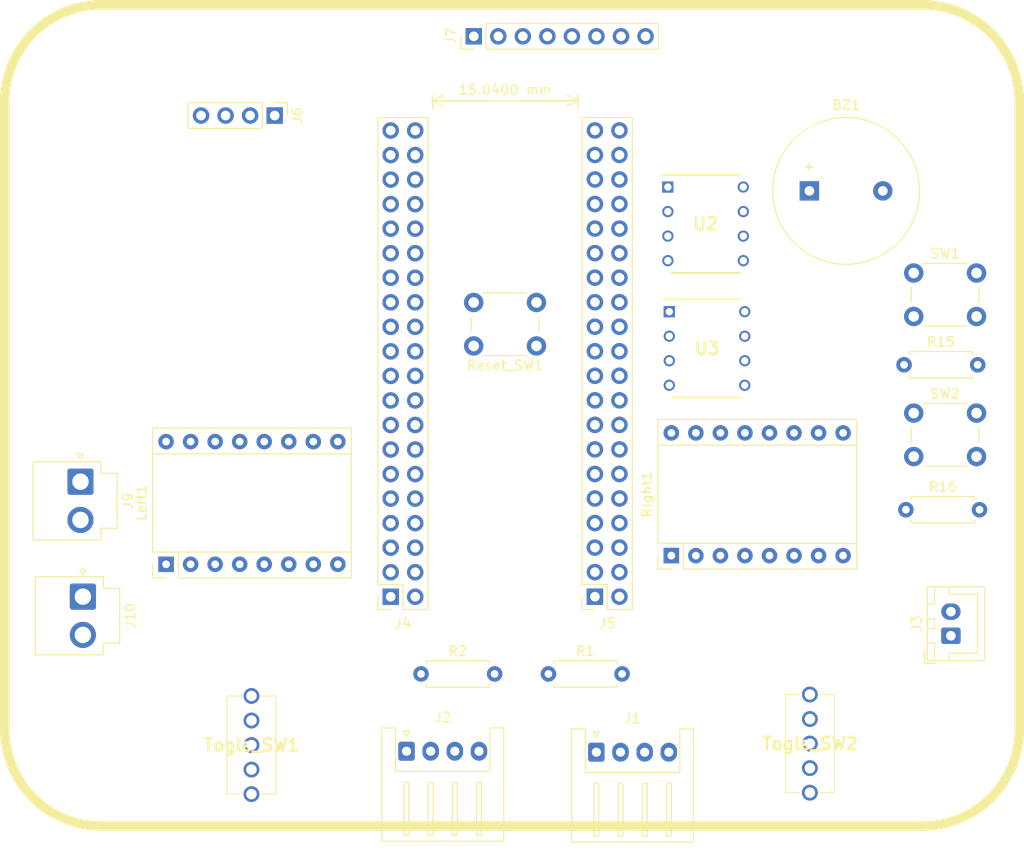
<source format=kicad_pcb>
(kicad_pcb (version 20240108) (generator "pcbnew") (generator_version "8.0")
  (layers (0 "F.Cu" signal) (31 "B.Cu" signal) (34 "B.Paste" user) (35 "F.Paste" user) (36 "B.SilkS" user "B.Silkscreen") (37 "F.SilkS" user "F.Silkscreen") (38 "B.Mask" user) (39 "F.Mask" user) (44 "Edge.Cuts" user))
  (net 0 "")
  (net 1 "Sel1")
  (net 2 "Net-(U2-CH0)")
  (net 3 "Net-(U2-CH1)")
  (net 4 "GND_5V")
  (net 5 "Din")
  (net 6 "Dout")
  (net 7 "Clock")
  (net 8 "Net-(J4-Pin_22)")
  (net 9 "Sel2")
  (net 10 "Net-(U3-CH0)")
  (net 11 "Net-(U3-CH1)")
  (net 12 "+5V")
  (net 14 "Net-(J4-Pin_29)")
  (net 15 "+12V")
  (net 17 "Net-(Left1-VMOT)")
  (net 18 "GND_12V")
  (net 19 "Net-(J5-Pin_19)")
  (net 20 "Net-(J5-Pin_20)")
  (net 21 "Net-(J2-Pin_1)")
  (net 22 "Net-(J2-Pin_2)")
  (net 23 "Net-(J2-Pin_3)")
  (net 24 "Net-(J2-Pin_4)")
  (net 25 "Left_Enable")
  (net 29 "Net-(Left1-~{RESET})")
  (net 30 "Left_Step")
  (net 31 "Left_Direction")
  (net 32 "Net-(J1-Pin_1)")
  (net 33 "Net-(J1-Pin_2)")
  (net 34 "Net-(J1-Pin_3)")
  (net 35 "Net-(J1-Pin_4)")
  (net 36 "Right_Enable")
  (net 40 "Net-(Right1-~{RESET})")
  (net 41 "Right_Step")
  (net 42 "Right_Direction")
  (net 65 "3.3V")
  (net 67 "Curve_Sensor")
  (net 69 "Goal_Sensor")
  (net 70 "Net-(J4-Pin_31)")
  (net 71 "Net-(J4-Pin_33)")
  (net 75 "Net-(J4-Pin_39)")
  (net 76 "Net-(J4-Pin_40)")
  (net 81 "Net-(BZ1--)")
  (net 82 "Net-(BZ1-+)")
  (footprint "Connector_PinHeader_2.54mm:PinHeader_1x04_P2.54mm_Vertical" (layer "F.Cu") (at 126.85 59.2 -90)
    (property "Reference" "J6" (at 0 -2.33 90) (layer "F.SilkS"))
    (property "Value" "Conn_01x04_Socket")
    (fp_line (start -1.33 8.95) (end 1.33 8.95) (stroke (width 0.12)) (layer "F.SilkS"))
    (fp_line (start -1.33 1.27) (end -1.33 8.95) (stroke (width 0.12)) (layer "F.SilkS"))
    (fp_line (start -1.33 1.27) (end 1.33 1.27) (stroke (width 0.12)) (layer "F.SilkS"))
    (fp_line (start 1.33 1.27) (end 1.33 8.95) (stroke (width 0.12)) (layer "F.SilkS"))
    (fp_line (start -1.33 0) (end -1.33 -1.33) (stroke (width 0.12)) (layer "F.SilkS"))
    (fp_line (start -1.33 -1.33) (end 0 -1.33) (stroke (width 0.12)) (layer "F.SilkS"))
    (pad "1" thru_hole rect (at 0 0 270) (size 1.7 1.7) (drill 1) (layers "*.Cu" "*.Mask") (net 75 "Net-(J4-Pin_39)"))
    (pad "2" thru_hole oval (at 0 2.54 270) (size 1.7 1.7) (drill 1) (layers "*.Cu" "*.Mask") (net 76 "Net-(J4-Pin_40)"))
    (pad "3" thru_hole oval (at 0 5.08 270) (size 1.7 1.7) (drill 1) (layers "*.Cu" "*.Mask") (net 8 "Net-(J4-Pin_22)"))
    (pad "4" thru_hole oval (at 0 7.62 270) (size 1.7 1.7) (drill 1) (layers "*.Cu" "*.Mask") (net 4 "GND_5V"))
  )
  (footprint "SamacSys_Parts:DIP781W56P254L950H533Q8N" (layer "F.Cu") (at 171.455 70.41)
    (property "Reference" "U2" (at 0 0 0) (layer "F.SilkS") (effects (font (size 1.27 1.27) (thickness 0.254))))
    (property "Value" "MCP3002" (hide yes))
    (fp_line (start -4.485 -5.08) (end 3.556 -5.08) (stroke (width 0.2)) (layer "F.SilkS"))
    (fp_line (start -3.556 5.08) (end 3.556 5.08) (stroke (width 0.2)) (layer "F.SilkS"))
    (pad "1" thru_hole rect (at -3.905 -3.81) (size 1.159 1.159) (drill 0.759) (layers "*.Cu" "*.Mask") (net 1 "Sel1"))
    (pad "2" thru_hole circle (at -3.905 -1.27) (size 1.159 1.159) (drill 0.759) (layers "*.Cu" "*.Mask") (net 2 "Net-(U2-CH0)"))
    (pad "3" thru_hole circle (at -3.905 1.27) (size 1.159 1.159) (drill 0.759) (layers "*.Cu" "*.Mask") (net 3 "Net-(U2-CH1)"))
    (pad "4" thru_hole circle (at -3.905 3.81) (size 1.159 1.159) (drill 0.759) (layers "*.Cu" "*.Mask") (net 4 "GND_5V"))
    (pad "5" thru_hole circle (at 3.905 3.81) (size 1.159 1.159) (drill 0.759) (layers "*.Cu" "*.Mask") (net 5 "Din"))
    (pad "6" thru_hole circle (at 3.905 1.27) (size 1.159 1.159) (drill 0.759) (layers "*.Cu" "*.Mask") (net 6 "Dout"))
    (pad "7" thru_hole circle (at 3.905 -1.27) (size 1.159 1.159) (drill 0.759) (layers "*.Cu" "*.Mask") (net 7 "Clock"))
    (pad "8" thru_hole circle (at 3.905 -3.81) (size 1.159 1.159) (drill 0.759) (layers "*.Cu" "*.Mask") (net 8 "Net-(J4-Pin_22)"))
  )
  (footprint "Button_Switch_THT:SW_PUSH_6mm_H4.3mm" (layer "F.Cu") (at 153.95 83.05 180)
    (property "Reference" "Reset_SW1" (at 3.25 -2 0) (layer "F.SilkS"))
    (property "Value" "SW_Push")
    (fp_line (start 6.75 3) (end 6.75 1.5) (stroke (width 0.12)) (layer "F.SilkS"))
    (fp_line (start 5.5 -1) (end 1 -1) (stroke (width 0.12)) (layer "F.SilkS"))
    (fp_line (start 1 5.5) (end 5.5 5.5) (stroke (width 0.12)) (layer "F.SilkS"))
    (fp_line (start -0.25 1.5) (end -0.25 3) (stroke (width 0.12)) (layer "F.SilkS"))
    (pad "1" thru_hole circle (at 0 0 270) (size 2 2) (drill 1.1) (layers "*.Cu" "*.Mask") (net 70 "Net-(J4-Pin_31)"))
    (pad "1" thru_hole circle (at 6.5 0 270) (size 2 2) (drill 1.1) (layers "*.Cu" "*.Mask") (net 70 "Net-(J4-Pin_31)"))
    (pad "2" thru_hole circle (at 0 4.5 270) (size 2 2) (drill 1.1) (layers "*.Cu" "*.Mask") (net 71 "Net-(J4-Pin_33)"))
    (pad "2" thru_hole circle (at 6.5 4.5 270) (size 2 2) (drill 1.1) (layers "*.Cu" "*.Mask") (net 71 "Net-(J4-Pin_33)"))
  )
  (footprint "Resistor_THT:R_Axial_DIN0207_L6.3mm_D2.5mm_P7.62mm_Horizontal" (layer "F.Cu") (at 142 117)
    (property "Reference" "R2" (at 3.81 -2.37 0) (layer "F.SilkS"))
    (property "Value" "1.0kΩ")
    (fp_line (start 0.54 -1.37) (end 7.08 -1.37) (stroke (width 0.12)) (layer "F.SilkS"))
    (fp_line (start 0.54 -1.04) (end 0.54 -1.37) (stroke (width 0.12)) (layer "F.SilkS"))
    (fp_line (start 0.54 1.04) (end 0.54 1.37) (stroke (width 0.12)) (layer "F.SilkS"))
    (fp_line (start 0.54 1.37) (end 7.08 1.37) (stroke (width 0.12)) (layer "F.SilkS"))
    (fp_line (start 7.08 -1.37) (end 7.08 -1.04) (stroke (width 0.12)) (layer "F.SilkS"))
    (fp_line (start 7.08 1.37) (end 7.08 1.04) (stroke (width 0.12)) (layer "F.SilkS"))
    (pad "1" thru_hole circle (at 0 0) (size 1.6 1.6) (drill 0.8) (layers "*.Cu" "*.Mask") (net 17 "Net-(Left1-VMOT)"))
    (pad "2" thru_hole oval (at 7.62 0) (size 1.6 1.6) (drill 0.8) (layers "*.Cu" "*.Mask") (net 14 "Net-(J4-Pin_29)"))
  )
  (footprint "Connector_PinSocket_2.54mm:PinSocket_2x20_P2.54mm_Vertical_Raspipico" (layer "F.Cu") (at 138.86 109.01 180)
    (property "Reference" "J4" (at -1.27 -2.77 0) (layer "F.SilkS"))
    (property "Value" "Conn_02x20_Top_Bottom")
    (fp_line (start 1.33 1.27) (end 1.33 49.59) (stroke (width 0.12)) (layer "F.SilkS"))
    (fp_line (start 1.33 -1.33) (end 1.33 0) (stroke (width 0.12)) (layer "F.SilkS"))
    (fp_line (start 0 -1.33) (end 1.33 -1.33) (stroke (width 0.12)) (layer "F.SilkS"))
    (fp_line (start -1.27 1.27) (end 1.33 1.27) (stroke (width 0.12)) (layer "F.SilkS"))
    (fp_line (start -1.27 -1.33) (end -1.27 1.27) (stroke (width 0.12)) (layer "F.SilkS"))
    (fp_line (start -3.87 49.59) (end 1.33 49.59) (stroke (width 0.12)) (layer "F.SilkS"))
    (fp_line (start -3.87 -1.33) (end -1.27 -1.33) (stroke (width 0.12)) (layer "F.SilkS"))
    (fp_line (start -3.87 -1.33) (end -3.87 49.59) (stroke (width 0.12)) (layer "F.SilkS"))
    (pad "1" thru_hole oval (at -2.54 0 180) (size 1.7 1.7) (drill 1) (layers "*.Cu" "*.Mask"))
    (pad "2" thru_hole oval (at -2.54 2.54 180) (size 1.7 1.7) (drill 1) (layers "*.Cu" "*.Mask"))
    (pad "3" thru_hole oval (at -2.54 5.08 180) (size 1.7 1.7) (drill 1) (layers "*.Cu" "*.Mask"))
    (pad "4" thru_hole oval (at -2.54 7.62 180) (size 1.7 1.7) (drill 1) (layers "*.Cu" "*.Mask"))
    (pad "5" thru_hole oval (at -2.54 10.16 180) (size 1.7 1.7) (drill 1) (layers "*.Cu" "*.Mask"))
    (pad "6" thru_hole oval (at -2.54 12.7 180) (size 1.7 1.7) (drill 1) (layers "*.Cu" "*.Mask"))
    (pad "7" thru_hole oval (at -2.54 15.24 180) (size 1.7 1.7) (drill 1) (layers "*.Cu" "*.Mask"))
    (pad "8" thru_hole oval (at -2.54 17.78 180) (size 1.7 1.7) (drill 1) (layers "*.Cu" "*.Mask"))
    (pad "9" thru_hole oval (at -2.54 20.32 180) (size 1.7 1.7) (drill 1) (layers "*.Cu" "*.Mask"))
    (pad "10" thru_hole oval (at -2.54 22.86 180) (size 1.7 1.7) (drill 1) (layers "*.Cu" "*.Mask"))
    (pad "11" thru_hole oval (at -2.54 25.4 180) (size 1.7 1.7) (drill 1) (layers "*.Cu" "*.Mask"))
    (pad "12" thru_hole oval (at -2.54 27.94 180) (size 1.7 1.7) (drill 1) (layers "*.Cu" "*.Mask"))
    (pad "13" thru_hole oval (at -2.54 30.48 180) (size 1.7 1.7) (drill 1) (layers "*.Cu" "*.Mask"))
    (pad "14" thru_hole oval (at -2.54 33.02 180) (size 1.7 1.7) (drill 1) (layers "*.Cu" "*.Mask"))
    (pad "15" thru_hole oval (at -2.54 35.56 180) (size 1.7 1.7) (drill 1) (layers "*.Cu" "*.Mask"))
    (pad "16" thru_hole oval (at -2.54 38.1 180) (size 1.7 1.7) (drill 1) (layers "*.Cu" "*.Mask"))
    (pad "17" thru_hole oval (at -2.54 40.64 180) (size 1.7 1.7) (drill 1) (layers "*.Cu" "*.Mask"))
    (pad "18" thru_hole oval (at -2.54 43.18 180) (size 1.7 1.7) (drill 1) (layers "*.Cu" "*.Mask"))
    (pad "19" thru_hole oval (at -2.54 45.72 180) (size 1.7 1.7) (drill 1) (layers "*.Cu" "*.Mask"))
    (pad "20" thru_hole oval (at -2.54 48.26 180) (size 1.7 1.7) (drill 1) (layers "*.Cu" "*.Mask"))
    (pad "21" thru_hole rect (at 0 0 180) (size 1.7 1.7) (drill 1) (layers "*.Cu" "*.Mask"))
    (pad "22" thru_hole oval (at 0 2.54 180) (size 1.7 1.7) (drill 1) (layers "*.Cu" "*.Mask") (net 8 "Net-(J4-Pin_22)"))
    (pad "23" thru_hole oval (at 0 5.08 180) (size 1.7 1.7) (drill 1) (layers "*.Cu" "*.Mask") (net 4 "GND_5V"))
    (pad "24" thru_hole oval (at 0 7.62 180) (size 1.7 1.7) (drill 1) (layers "*.Cu" "*.Mask"))
    (pad "25" thru_hole oval (at 0 10.16 180) (size 1.7 1.7) (drill 1) (layers "*.Cu" "*.Mask") (net 65 "3.3V"))
    (pad "26" thru_hole oval (at 0 12.7 180) (size 1.7 1.7) (drill 1) (layers "*.Cu" "*.Mask"))
    (pad "27" thru_hole oval (at 0 15.24 180) (size 1.7 1.7) (drill 1) (layers "*.Cu" "*.Mask") (net 67 "Curve_Sensor"))
    (pad "28" thru_hole oval (at 0 17.78 180) (size 1.7 1.7) (drill 1) (layers "*.Cu" "*.Mask"))
    (pad "29" thru_hole oval (at 0 20.32 180) (size 1.7 1.7) (drill 1) (layers "*.Cu" "*.Mask") (net 14 "Net-(J4-Pin_29)"))
    (pad "30" thru_hole oval (at 0 22.86 180) (size 1.7 1.7) (drill 1) (layers "*.Cu" "*.Mask") (net 69 "Goal_Sensor"))
    (pad "31" thru_hole oval (at 0 25.4 180) (size 1.7 1.7) (drill 1) (layers "*.Cu" "*.Mask") (net 70 "Net-(J4-Pin_31)"))
    (pad "32" thru_hole oval (at 0 27.94 180) (size 1.7 1.7) (drill 1) (layers "*.Cu" "*.Mask") (net 25 "Left_Enable"))
    (pad "33" thru_hole oval (at 0 30.48 180) (size 1.7 1.7) (drill 1) (layers "*.Cu" "*.Mask") (net 71 "Net-(J4-Pin_33)"))
    (pad "34" thru_hole oval (at 0 33.02 180) (size 1.7 1.7) (drill 1) (layers "*.Cu" "*.Mask") (net 30 "Left_Step"))
    (pad "35" thru_hole oval (at 0 35.56 180) (size 1.7 1.7) (drill 1) (layers "*.Cu" "*.Mask") (net 31 "Left_Direction"))
    (pad "36" thru_hole oval (at 0 38.1 180) (size 1.7 1.7) (drill 1) (layers "*.Cu" "*.Mask"))
    (pad "37" thru_hole oval (at 0 40.64 180) (size 1.7 1.7) (drill 1) (layers "*.Cu" "*.Mask"))
    (pad "38" thru_hole oval (at 0 43.18 180) (size 1.7 1.7) (drill 1) (layers "*.Cu" "*.Mask"))
    (pad "39" thru_hole oval (at 0 45.72 180) (size 1.7 1.7) (drill 1) (layers "*.Cu" "*.Mask") (net 75 "Net-(J4-Pin_39)"))
    (pad "40" thru_hole oval (at 0 48.26 180) (size 1.7 1.7) (drill 1) (layers "*.Cu" "*.Mask") (net 76 "Net-(J4-Pin_40)"))
  )
  (footprint "Button_Switch_THT:SW_PUSH_6mm_H4.3mm" (layer "F.Cu") (at 193 90)
    (property "Reference" "SW2" (at 3.25 -2 0) (layer "F.SilkS"))
    (property "Value" "SW_Push")
    (fp_line (start -0.25 1.5) (end -0.25 3) (stroke (width 0.12)) (layer "F.SilkS"))
    (fp_line (start 1 5.5) (end 5.5 5.5) (stroke (width 0.12)) (layer "F.SilkS"))
    (fp_line (start 5.5 -1) (end 1 -1) (stroke (width 0.12)) (layer "F.SilkS"))
    (fp_line (start 6.75 3) (end 6.75 1.5) (stroke (width 0.12)) (layer "F.SilkS"))
    (pad "1" thru_hole circle (at 0 0 90) (size 2 2) (drill 1.1) (layers "*.Cu" "*.Mask") (net 65 "3.3V"))
    (pad "1" thru_hole circle (at 6.5 0 90) (size 2 2) (drill 1.1) (layers "*.Cu" "*.Mask") (net 65 "3.3V"))
    (pad "2" thru_hole circle (at 0 4.5 90) (size 2 2) (drill 1.1) (layers "*.Cu" "*.Mask") (net 20 "Net-(J5-Pin_20)"))
    (pad "2" thru_hole circle (at 6.5 4.5 90) (size 2 2) (drill 1.1) (layers "*.Cu" "*.Mask") (net 20 "Net-(J5-Pin_20)"))
  )
  (footprint "SamacSys_Parts:2MS1T1B4VS2QES" (layer "F.Cu") (at 124.45 121.82)
    (property "Reference" "Togle_SW1" (at 0 2.54 0) (layer "F.SilkS") (effects (font (size 1.27 1.27) (thickness 0.254))))
    (property "Value" "SW_SPDT" (hide yes))
    (fp_line (start -2.54 -2.54) (end -2.54 7.62) (stroke (width 0.1)) (layer "F.SilkS"))
    (fp_line (start -2.54 7.62) (end -1 7.62) (stroke (width 0.1)) (layer "F.SilkS"))
    (fp_line (start -1 -2.54) (end -2.54 -2.54) (stroke (width 0.1)) (layer "F.SilkS"))
    (fp_line (start 1 -2.54) (end 2.54 -2.54) (stroke (width 0.1)) (layer "F.SilkS"))
    (fp_line (start 2.54 -2.54) (end 2.54 7.62) (stroke (width 0.1)) (layer "F.SilkS"))
    (fp_line (start 2.54 7.62) (end 1 7.62) (stroke (width 0.1)) (layer "F.SilkS"))
    (pad "1" thru_hole circle (at 0 0) (size 1.635 1.635) (drill 1.09) (layers "*.Cu" "*.Mask") (net 8 "Net-(J4-Pin_22)"))
    (pad "2" thru_hole circle (at 0 2.54) (size 1.635 1.635) (drill 1.09) (layers "*.Cu" "*.Mask") (net 12 "+5V"))
    (pad "3" thru_hole circle (at 0 5.08) (size 1.635 1.635) (drill 1.09) (layers "*.Cu" "*.Mask"))
    (pad "MH1" thru_hole circle (at 0 -2.54) (size 1.635 1.635) (drill 1.09) (layers "*.Cu" "*.Mask"))
    (pad "MH2" thru_hole circle (at 0 7.62) (size 1.635 1.635) (drill 1.09) (layers "*.Cu" "*.Mask"))
  )
  (footprint "Connector_JST:JST_VH_B2P-VH_1x02_P3.96mm_Vertical" (layer "F.Cu") (at 106.75 97.1 -90)
    (property "Reference" "J9" (at 1.98 -4.9 90) (layer "F.SilkS"))
    (property "Value" "Conn_01x02_Socket")
    (fp_line (start -2.06 4.91) (end -2.06 -2.11) (stroke (width 0.12)) (layer "F.SilkS"))
    (fp_line (start 6.02 4.91) (end -2.06 4.91) (stroke (width 0.12)) (layer "F.SilkS"))
    (fp_line (start -2.86 0.3) (end -2.86 -0.3) (stroke (width 0.12)) (layer "F.SilkS"))
    (fp_line (start -2.26 0) (end -2.86 0.3) (stroke (width 0.12)) (layer "F.SilkS"))
    (fp_line (start -2.86 -0.3) (end -2.26 0) (stroke (width 0.12)) (layer "F.SilkS"))
    (fp_line (start -2.06 -2.11) (end -0.86 -2.11) (stroke (width 0.12)) (layer "F.SilkS"))
    (fp_line (start -0.86 -2.11) (end -0.86 -3.81) (stroke (width 0.12)) (layer "F.SilkS"))
    (fp_line (start 4.82 -2.11) (end 6.02 -2.11) (stroke (width 0.12)) (layer "F.SilkS"))
    (fp_line (start 6.02 -2.11) (end 6.02 4.91) (stroke (width 0.12)) (layer "F.SilkS"))
    (fp_line (start -0.86 -3.81) (end 4.82 -3.81) (stroke (width 0.12)) (layer "F.SilkS"))
    (fp_line (start 4.82 -3.81) (end 4.82 -2.11) (stroke (width 0.12)) (layer "F.SilkS"))
    (pad "1" thru_hole roundrect (at 0 0 270) (size 2.7 2.7) (drill 1.7) (layers "*.Cu" "*.Mask") (roundrect_rratio 0.092593) (net 15 "+12V"))
    (pad "2" thru_hole circle (at 3.96 0 270) (size 2.7 2.7) (drill 1.7) (layers "*.Cu" "*.Mask") (net 18 "GND_12V"))
  )
  (footprint "Connector_JST:JST_XH_B2B-XH-A_1x02_P2.50mm_Vertical" (layer "F.Cu") (at 196.85 113.05 90)
    (property "Reference" "J3" (at 1.25 -3.55 90) (layer "F.SilkS"))
    (property "Value" "Conn_01x02_Socket")
    (fp_line (start -1.6 -2.75) (end -2.85 -2.75) (stroke (width 0.12)) (layer "F.SilkS"))
    (fp_line (start -2.85 -2.75) (end -2.85 -1.5) (stroke (width 0.12)) (layer "F.SilkS"))
    (fp_line (start 5.06 -2.46) (end -2.56 -2.46) (stroke (width 0.12)) (layer "F.SilkS"))
    (fp_line (start -2.56 -2.46) (end -2.56 3.51) (stroke (width 0.12)) (layer "F.SilkS"))
    (fp_line (start 5.05 -2.45) (end 3.25 -2.45) (stroke (width 0.12)) (layer "F.SilkS"))
    (fp_line (start 3.25 -2.45) (end 3.25 -1.7) (stroke (width 0.12)) (layer "F.SilkS"))
    (fp_line (start 1.75 -2.45) (end 0.75 -2.45) (stroke (width 0.12)) (layer "F.SilkS"))
    (fp_line (start 0.75 -2.45) (end 0.75 -1.7) (stroke (width 0.12)) (layer "F.SilkS"))
    (fp_line (start -0.75 -2.45) (end -2.55 -2.45) (stroke (width 0.12)) (layer "F.SilkS"))
    (fp_line (start -2.55 -2.45) (end -2.55 -1.7) (stroke (width 0.12)) (layer "F.SilkS"))
    (fp_line (start 5.05 -1.7) (end 5.05 -2.45) (stroke (width 0.12)) (layer "F.SilkS"))
    (fp_line (start 3.25 -1.7) (end 5.05 -1.7) (stroke (width 0.12)) (layer "F.SilkS"))
    (fp_line (start 1.75 -1.7) (end 1.75 -2.45) (stroke (width 0.12)) (layer "F.SilkS"))
    (fp_line (start 0.75 -1.7) (end 1.75 -1.7) (stroke (width 0.12)) (layer "F.SilkS"))
    (fp_line (start -0.75 -1.7) (end -0.75 -2.45) (stroke (width 0.12)) (layer "F.SilkS"))
    (fp_line (start -2.55 -1.7) (end -0.75 -1.7) (stroke (width 0.12)) (layer "F.SilkS"))
    (fp_line (start 5.05 -0.2) (end 4.3 -0.2) (stroke (width 0.12)) (layer "F.SilkS"))
    (fp_line (start 4.3 -0.2) (end 4.3 2.75) (stroke (width 0.12)) (layer "F.SilkS"))
    (fp_line (start -1.8 -0.2) (end -1.8 2.75) (stroke (width 0.12)) (layer "F.SilkS"))
    (fp_line (start -2.55 -0.2) (end -1.8 -0.2) (stroke (width 0.12)) (layer "F.SilkS"))
    (fp_line (start 4.3 2.75) (end 1.25 2.75) (stroke (width 0.12)) (layer "F.SilkS"))
    (fp_line (start -1.8 2.75) (end 1.25 2.75) (stroke (width 0.12)) (layer "F.SilkS"))
    (fp_line (start 5.06 3.51) (end 5.06 -2.46) (stroke (width 0.12)) (layer "F.SilkS"))
    (fp_line (start -2.56 3.51) (end 5.06 3.51) (stroke (width 0.12)) (layer "F.SilkS"))
    (pad "1" thru_hole roundrect (at 0 0 90) (size 1.7 2) (drill 1) (layers "*.Cu" "*.Mask") (roundrect_rratio 0.147059) (net 12 "+5V"))
    (pad "2" thru_hole oval (at 2.5 0 90) (size 1.7 2) (drill 1) (layers "*.Cu" "*.Mask") (net 4 "GND_5V"))
  )
  (footprint "SamacSys_Parts:DIP781W56P254L950H533Q8N" (layer "F.Cu") (at 171.605 83.31)
    (property "Reference" "U3" (at 0 0 0) (layer "F.SilkS") (effects (font (size 1.27 1.27) (thickness 0.254))))
    (property "Value" "MCP3002" (hide yes))
    (fp_line (start -4.485 -5.08) (end 3.556 -5.08) (stroke (width 0.2)) (layer "F.SilkS"))
    (fp_line (start -3.556 5.08) (end 3.556 5.08) (stroke (width 0.2)) (layer "F.SilkS"))
    (pad "1" thru_hole rect (at -3.905 -3.81) (size 1.159 1.159) (drill 0.759) (layers "*.Cu" "*.Mask") (net 9 "Sel2"))
    (pad "2" thru_hole circle (at -3.905 -1.27) (size 1.159 1.159) (drill 0.759) (layers "*.Cu" "*.Mask") (net 10 "Net-(U3-CH0)"))
    (pad "3" thru_hole circle (at -3.905 1.27) (size 1.159 1.159) (drill 0.759) (layers "*.Cu" "*.Mask") (net 11 "Net-(U3-CH1)"))
    (pad "4" thru_hole circle (at -3.905 3.81) (size 1.159 1.159) (drill 0.759) (layers "*.Cu" "*.Mask") (net 4 "GND_5V"))
    (pad "5" thru_hole circle (at 3.905 3.81) (size 1.159 1.159) (drill 0.759) (layers "*.Cu" "*.Mask") (net 5 "Din"))
    (pad "6" thru_hole circle (at 3.905 1.27) (size 1.159 1.159) (drill 0.759) (layers "*.Cu" "*.Mask") (net 6 "Dout"))
    (pad "7" thru_hole circle (at 3.905 -1.27) (size 1.159 1.159) (drill 0.759) (layers "*.Cu" "*.Mask") (net 7 "Clock"))
    (pad "8" thru_hole circle (at 3.905 -3.81) (size 1.159 1.159) (drill 0.759) (layers "*.Cu" "*.Mask") (net 8 "Net-(J4-Pin_22)"))
  )
  (footprint "Connector_JST:JST_VH_B2P-VH_1x02_P3.96mm_Vertical" (layer "F.Cu") (at 107 109 -90)
    (property "Reference" "J10" (at 1.98 -4.9 90) (layer "F.SilkS"))
    (property "Value" "Conn_01x02_Socket")
    (fp_line (start -2.06 4.91) (end -2.06 -2.11) (stroke (width 0.12)) (layer "F.SilkS"))
    (fp_line (start 6.02 4.91) (end -2.06 4.91) (stroke (width 0.12)) (layer "F.SilkS"))
    (fp_line (start -2.86 0.3) (end -2.86 -0.3) (stroke (width 0.12)) (layer "F.SilkS"))
    (fp_line (start -2.26 0) (end -2.86 0.3) (stroke (width 0.12)) (layer "F.SilkS"))
    (fp_line (start -2.86 -0.3) (end -2.26 0) (stroke (width 0.12)) (layer "F.SilkS"))
    (fp_line (start -2.06 -2.11) (end -0.86 -2.11) (stroke (width 0.12)) (layer "F.SilkS"))
    (fp_line (start -0.86 -2.11) (end -0.86 -3.81) (stroke (width 0.12)) (layer "F.SilkS"))
    (fp_line (start 4.82 -2.11) (end 6.02 -2.11) (stroke (width 0.12)) (layer "F.SilkS"))
    (fp_line (start 6.02 -2.11) (end 6.02 4.91) (stroke (width 0.12)) (layer "F.SilkS"))
    (fp_line (start -0.86 -3.81) (end 4.82 -3.81) (stroke (width 0.12)) (layer "F.SilkS"))
    (fp_line (start 4.82 -3.81) (end 4.82 -2.11) (stroke (width 0.12)) (layer "F.SilkS"))
    (pad "1" thru_hole roundrect (at 0 0 270) (size 2.7 2.7) (drill 1.7) (layers "*.Cu" "*.Mask") (roundrect_rratio 0.092593) (net 15 "+12V"))
    (pad "2" thru_hole circle (at 3.96 0 270) (size 2.7 2.7) (drill 1.7) (layers "*.Cu" "*.Mask") (net 18 "GND_12V"))
  )
  (footprint "Module:Pololu_Breakout-16_15.2x20.3mm" (layer "F.Cu") (at 167.91 104.75 90)
    (property "Reference" "Right1" (at 6.35 -2.54 90) (layer "F.SilkS"))
    (property "Value" "Pololu_Breakout_A4988")
    (fp_line (start 14.1 -1.4) (end 1.27 -1.4) (stroke (width 0.12)) (layer "F.SilkS"))
    (fp_line (start 11.43 -1.4) (end 11.43 19.18) (stroke (width 0.12)) (layer "F.SilkS"))
    (fp_line (start 1.27 -1.4) (end 1.27 1.27) (stroke (width 0.12)) (layer "F.SilkS"))
    (fp_line (start 0 -1.4) (end -1.4 -1.4) (stroke (width 0.12)) (layer "F.SilkS"))
    (fp_line (start -1.4 -1.4) (end -1.4 0) (stroke (width 0.12)) (layer "F.SilkS"))
    (fp_line (start 1.27 1.27) (end -1.4 1.27) (stroke (width 0.12)) (layer "F.SilkS"))
    (fp_line (start 1.27 1.27) (end 1.27 19.18) (stroke (width 0.12)) (layer "F.SilkS"))
    (fp_line (start -1.4 1.27) (end -1.4 19.18) (stroke (width 0.12)) (layer "F.SilkS"))
    (fp_line (start 14.1 19.18) (end 14.1 -1.4) (stroke (width 0.12)) (layer "F.SilkS"))
    (fp_line (start -1.4 19.18) (end 14.1 19.18) (stroke (width 0.12)) (layer "F.SilkS"))
    (pad "1" thru_hole rect (at 0 0 90) (size 1.6 1.6) (drill 0.8) (layers "*.Cu" "*.Mask") (net 18 "GND_12V"))
    (pad "2" thru_hole oval (at 0 2.54 90) (size 1.6 1.6) (drill 0.8) (layers "*.Cu" "*.Mask") (net 8 "Net-(J4-Pin_22)"))
    (pad "3" thru_hole oval (at 0 5.08 90) (size 1.6 1.6) (drill 0.8) (layers "*.Cu" "*.Mask") (net 32 "Net-(J1-Pin_1)"))
    (pad "4" thru_hole oval (at 0 7.62 90) (size 1.6 1.6) (drill 0.8) (layers "*.Cu" "*.Mask") (net 33 "Net-(J1-Pin_2)"))
    (pad "5" thru_hole oval (at 0 10.16 90) (size 1.6 1.6) (drill 0.8) (layers "*.Cu" "*.Mask") (net 34 "Net-(J1-Pin_3)"))
    (pad "6" thru_hole oval (at 0 12.7 90) (size 1.6 1.6) (drill 0.8) (layers "*.Cu" "*.Mask") (net 35 "Net-(J1-Pin_4)"))
    (pad "7" thru_hole oval (at 0 15.24 90) (size 1.6 1.6) (drill 0.8) (layers "*.Cu" "*.Mask") (net 4 "GND_5V"))
    (pad "8" thru_hole oval (at 0 17.78 90) (size 1.6 1.6) (drill 0.8) (layers "*.Cu" "*.Mask") (net 17 "Net-(Left1-VMOT)"))
    (pad "9" thru_hole oval (at 12.7 17.78 90) (size 1.6 1.6) (drill 0.8) (layers "*.Cu" "*.Mask") (net 36 "Right_Enable"))
    (pad "10" thru_hole oval (at 12.7 15.24 90) (size 1.6 1.6) (drill 0.8) (layers "*.Cu" "*.Mask"))
    (pad "11" thru_hole oval (at 12.7 12.7 90) (size 1.6 1.6) (drill 0.8) (layers "*.Cu" "*.Mask"))
    (pad "12" thru_hole oval (at 12.7 10.16 90) (size 1.6 1.6) (drill 0.8) (layers "*.Cu" "*.Mask"))
    (pad "13" thru_hole oval (at 12.7 7.62 90) (size 1.6 1.6) (drill 0.8) (layers "*.Cu" "*.Mask") (net 40 "Net-(Right1-~{RESET})"))
    (pad "14" thru_hole oval (at 12.7 5.08 90) (size 1.6 1.6) (drill 0.8) (layers "*.Cu" "*.Mask") (net 40 "Net-(Right1-~{RESET})"))
    (pad "15" thru_hole oval (at 12.7 2.54 90) (size 1.6 1.6) (drill 0.8) (layers "*.Cu" "*.Mask") (net 41 "Right_Step"))
    (pad "16" thru_hole oval (at 12.7 0 90) (size 1.6 1.6) (drill 0.8) (layers "*.Cu" "*.Mask") (net 42 "Right_Direction"))
  )
  (footprint "Button_Switch_THT:SW_PUSH_6mm_H4.3mm" (layer "F.Cu") (at 193 75.5)
    (property "Reference" "SW1" (at 3.25 -2 0) (layer "F.SilkS"))
    (property "Value" "SW_Push")
    (fp_line (start -0.25 1.5) (end -0.25 3) (stroke (width 0.12)) (layer "F.SilkS"))
    (fp_line (start 1 5.5) (end 5.5 5.5) (stroke (width 0.12)) (layer "F.SilkS"))
    (fp_line (start 5.5 -1) (end 1 -1) (stroke (width 0.12)) (layer "F.SilkS"))
    (fp_line (start 6.75 3) (end 6.75 1.5) (stroke (width 0.12)) (layer "F.SilkS"))
    (pad "1" thru_hole circle (at 0 0 90) (size 2 2) (drill 1.1) (layers "*.Cu" "*.Mask") (net 19 "Net-(J5-Pin_19)"))
    (pad "1" thru_hole circle (at 6.5 0 90) (size 2 2) (drill 1.1) (layers "*.Cu" "*.Mask") (net 19 "Net-(J5-Pin_19)"))
    (pad "2" thru_hole circle (at 0 4.5 90) (size 2 2) (drill 1.1) (layers "*.Cu" "*.Mask") (net 65 "3.3V"))
    (pad "2" thru_hole circle (at 6.5 4.5 90) (size 2 2) (drill 1.1) (layers "*.Cu" "*.Mask") (net 65 "3.3V"))
  )
  (footprint "Connector_JST:JST_XH_S4B-XH-A_1x04_P2.50mm_Horizontal" (layer "F.Cu") (at 160.15 125.1)
    (property "Reference" "J1" (at 3.75 -3.5 0) (layer "F.SilkS"))
    (property "Value" "Conn_01x04_Socket")
    (fp_line (start -2.56 -2.41) (end -1.14 -2.41) (stroke (width 0.12)) (layer "F.SilkS"))
    (fp_line (start -2.56 9.31) (end -2.56 -2.41) (stroke (width 0.12)) (layer "F.SilkS"))
    (fp_line (start -1.14 -2.41) (end -1.14 2.09) (stroke (width 0.12)) (layer "F.SilkS"))
    (fp_line (start -1.14 2.09) (end 3.75 2.09) (stroke (width 0.12)) (layer "F.SilkS"))
    (fp_line (start -0.3 -2.1) (end 0.3 -2.1) (stroke (width 0.12)) (layer "F.SilkS"))
    (fp_line (start -0.25 3.2) (end -0.25 8.7) (stroke (width 0.12)) (layer "F.SilkS"))
    (fp_line (start -0.25 8.7) (end 0.25 8.7) (stroke (width 0.12)) (layer "F.SilkS"))
    (fp_line (start 0 -1.5) (end -0.3 -2.1) (stroke (width 0.12)) (layer "F.SilkS"))
    (fp_line (start 0.25 3.2) (end -0.25 3.2) (stroke (width 0.12)) (layer "F.SilkS"))
    (fp_line (start 0.25 8.7) (end 0.25 3.2) (stroke (width 0.12)) (layer "F.SilkS"))
    (fp_line (start 0.3 -2.1) (end 0 -1.5) (stroke (width 0.12)) (layer "F.SilkS"))
    (fp_line (start 2.25 3.2) (end 2.25 8.7) (stroke (width 0.12)) (layer "F.SilkS"))
    (fp_line (start 2.25 8.7) (end 2.75 8.7) (stroke (width 0.12)) (layer "F.SilkS"))
    (fp_line (start 2.75 3.2) (end 2.25 3.2) (stroke (width 0.12)) (layer "F.SilkS"))
    (fp_line (start 2.75 8.7) (end 2.75 3.2) (stroke (width 0.12)) (layer "F.SilkS"))
    (fp_line (start 3.75 9.31) (end -2.56 9.31) (stroke (width 0.12)) (layer "F.SilkS"))
    (fp_line (start 3.75 9.31) (end 10.06 9.31) (stroke (width 0.12)) (layer "F.SilkS"))
    (fp_line (start 4.75 3.2) (end 4.75 8.7) (stroke (width 0.12)) (layer "F.SilkS"))
    (fp_line (start 4.75 8.7) (end 5.25 8.7) (stroke (width 0.12)) (layer "F.SilkS"))
    (fp_line (start 5.25 3.2) (end 4.75 3.2) (stroke (width 0.12)) (layer "F.SilkS"))
    (fp_line (start 5.25 8.7) (end 5.25 3.2) (stroke (width 0.12)) (layer "F.SilkS"))
    (fp_line (start 7.25 3.2) (end 7.25 8.7) (stroke (width 0.12)) (layer "F.SilkS"))
    (fp_line (start 7.25 8.7) (end 7.75 8.7) (stroke (width 0.12)) (layer "F.SilkS"))
    (fp_line (start 7.75 3.2) (end 7.25 3.2) (stroke (width 0.12)) (layer "F.SilkS"))
    (fp_line (start 7.75 8.7) (end 7.75 3.2) (stroke (width 0.12)) (layer "F.SilkS"))
    (fp_line (start 8.64 -2.41) (end 8.64 2.09) (stroke (width 0.12)) (layer "F.SilkS"))
    (fp_line (start 8.64 2.09) (end 3.75 2.09) (stroke (width 0.12)) (layer "F.SilkS"))
    (fp_line (start 10.06 -2.41) (end 8.64 -2.41) (stroke (width 0.12)) (layer "F.SilkS"))
    (fp_line (start 10.06 9.31) (end 10.06 -2.41) (stroke (width 0.12)) (layer "F.SilkS"))
    (pad "1" thru_hole roundrect (at 0 0) (size 1.7 1.95) (drill 0.95) (layers "*.Cu" "*.Mask") (roundrect_rratio 0.147059) (net 32 "Net-(J1-Pin_1)"))
    (pad "2" thru_hole oval (at 2.5 0) (size 1.7 1.95) (drill 0.95) (layers "*.Cu" "*.Mask") (net 33 "Net-(J1-Pin_2)"))
    (pad "3" thru_hole oval (at 5 0) (size 1.7 1.95) (drill 0.95) (layers "*.Cu" "*.Mask") (net 34 "Net-(J1-Pin_3)"))
    (pad "4" thru_hole oval (at 7.5 0) (size 1.7 1.95) (drill 0.95) (layers "*.Cu" "*.Mask") (net 35 "Net-(J1-Pin_4)"))
  )
  (footprint "Resistor_THT:R_Axial_DIN0207_L6.3mm_D2.5mm_P7.62mm_Horizontal" (layer "F.Cu") (at 192.19 100)
    (property "Reference" "R16" (at 3.81 -2.37 0) (layer "F.SilkS"))
    (property "Value" "5.1kΩ")
    (fp_line (start 0.54 -1.37) (end 7.08 -1.37) (stroke (width 0.12)) (layer "F.SilkS"))
    (fp_line (start 0.54 -1.04) (end 0.54 -1.37) (stroke (width 0.12)) (layer "F.SilkS"))
    (fp_line (start 0.54 1.04) (end 0.54 1.37) (stroke (width 0.12)) (layer "F.SilkS"))
    (fp_line (start 0.54 1.37) (end 7.08 1.37) (stroke (width 0.12)) (layer "F.SilkS"))
    (fp_line (start 7.08 -1.37) (end 7.08 -1.04) (stroke (width 0.12)) (layer "F.SilkS"))
    (fp_line (start 7.08 1.37) (end 7.08 1.04) (stroke (width 0.12)) (layer "F.SilkS"))
    (pad "1" thru_hole circle (at 0 0) (size 1.6 1.6) (drill 0.8) (layers "*.Cu" "*.Mask") (net 4 "GND_5V"))
    (pad "2" thru_hole oval (at 7.62 0) (size 1.6 1.6) (drill 0.8) (layers "*.Cu" "*.Mask") (net 20 "Net-(J5-Pin_20)"))
  )
  (footprint "Resistor_THT:R_Axial_DIN0207_L6.3mm_D2.5mm_P7.62mm_Horizontal" (layer "F.Cu") (at 192 85)
    (property "Reference" "R15" (at 3.81 -2.37 0) (layer "F.SilkS"))
    (property "Value" "5.1kΩ")
    (fp_line (start 0.54 -1.37) (end 7.08 -1.37) (stroke (width 0.12)) (layer "F.SilkS"))
    (fp_line (start 0.54 -1.04) (end 0.54 -1.37) (stroke (width 0.12)) (layer "F.SilkS"))
    (fp_line (start 0.54 1.04) (end 0.54 1.37) (stroke (width 0.12)) (layer "F.SilkS"))
    (fp_line (start 0.54 1.37) (end 7.08 1.37) (stroke (width 0.12)) (layer "F.SilkS"))
    (fp_line (start 7.08 -1.37) (end 7.08 -1.04) (stroke (width 0.12)) (layer "F.SilkS"))
    (fp_line (start 7.08 1.37) (end 7.08 1.04) (stroke (width 0.12)) (layer "F.SilkS"))
    (pad "1" thru_hole circle (at 0 0) (size 1.6 1.6) (drill 0.8) (layers "*.Cu" "*.Mask") (net 4 "GND_5V"))
    (pad "2" thru_hole oval (at 7.62 0) (size 1.6 1.6) (drill 0.8) (layers "*.Cu" "*.Mask") (net 19 "Net-(J5-Pin_19)"))
  )
  (footprint "Buzzer_Beeper:Buzzer_15x7.5RM7.6" (layer "F.Cu") (at 182.2 67)
    (property "Reference" "BZ1" (at 3.81 -8.89 0) (layer "F.SilkS"))
    (property "Value" "Buzzer")
    (fp_circle (center 3.8 0) (end 11.4 0) (stroke (width 0.12)) (fill none) (layer "F.SilkS"))
    (fp_text user "+" (at -0.01 -2.54 0) (layer "F.SilkS"))
    (pad "1" thru_hole rect (at 0 0) (size 2 2) (drill 1) (layers "*.Cu" "*.Mask") (net 82 "Net-(BZ1-+)"))
    (pad "2" thru_hole circle (at 7.6 0) (size 2 2) (drill 1) (layers "*.Cu" "*.Mask") (net 81 "Net-(BZ1--)"))
  )
  (footprint "Connector_PinSocket_2.54mm:PinSocket_2x20_P2.54mm_Vertical_Raspipico" (layer "F.Cu") (at 160 109 180)
    (property "Reference" "J5" (at -1.27 -2.77 0) (layer "F.SilkS"))
    (property "Value" "Conn_02x20_Top_Bottom")
    (fp_line (start 1.33 1.27) (end 1.33 49.59) (stroke (width 0.12)) (layer "F.SilkS"))
    (fp_line (start 1.33 -1.33) (end 1.33 0) (stroke (width 0.12)) (layer "F.SilkS"))
    (fp_line (start 0 -1.33) (end 1.33 -1.33) (stroke (width 0.12)) (layer "F.SilkS"))
    (fp_line (start -1.27 1.27) (end 1.33 1.27) (stroke (width 0.12)) (layer "F.SilkS"))
    (fp_line (start -1.27 -1.33) (end -1.27 1.27) (stroke (width 0.12)) (layer "F.SilkS"))
    (fp_line (start -3.87 49.59) (end 1.33 49.59) (stroke (width 0.12)) (layer "F.SilkS"))
    (fp_line (start -3.87 -1.33) (end -1.27 -1.33) (stroke (width 0.12)) (layer "F.SilkS"))
    (fp_line (start -3.87 -1.33) (end -3.87 49.59) (stroke (width 0.12)) (layer "F.SilkS"))
    (pad "1" thru_hole oval (at -2.54 0 180) (size 1.7 1.7) (drill 1) (layers "*.Cu" "*.Mask"))
    (pad "2" thru_hole oval (at -2.54 2.54 180) (size 1.7 1.7) (drill 1) (layers "*.Cu" "*.Mask"))
    (pad "3" thru_hole oval (at -2.54 5.08 180) (size 1.7 1.7) (drill 1) (layers "*.Cu" "*.Mask") (net 4 "GND_5V"))
    (pad "4" thru_hole oval (at -2.54 7.62 180) (size 1.7 1.7) (drill 1) (layers "*.Cu" "*.Mask"))
    (pad "5" thru_hole oval (at -2.54 10.16 180) (size 1.7 1.7) (drill 1) (layers "*.Cu" "*.Mask"))
    (pad "6" thru_hole oval (at -2.54 12.7 180) (size 1.7 1.7) (drill 1) (layers "*.Cu" "*.Mask") (net 81 "Net-(BZ1--)"))
    (pad "7" thru_hole oval (at -2.54 15.24 180) (size 1.7 1.7) (drill 1) (layers "*.Cu" "*.Mask") (net 36 "Right_Enable"))
    (pad "8" thru_hole oval (at -2.54 17.78 180) (size 1.7 1.7) (drill 1) (layers "*.Cu" "*.Mask") (net 82 "Net-(BZ1-+)"))
    (pad "9" thru_hole oval (at -2.54 20.32 180) (size 1.7 1.7) (drill 1) (layers "*.Cu" "*.Mask") (net 42 "Right_Direction"))
    (pad "10" thru_hole oval (at -2.54 22.86 180) (size 1.7 1.7) (drill 1) (layers "*.Cu" "*.Mask"))
    (pad "11" thru_hole oval (at -2.54 25.4 180) (size 1.7 1.7) (drill 1) (layers "*.Cu" "*.Mask") (net 41 "Right_Step"))
    (pad "12" thru_hole oval (at -2.54 27.94 180) (size 1.7 1.7) (drill 1) (layers "*.Cu" "*.Mask") (net 1 "Sel1"))
    (pad "13" thru_hole oval (at -2.54 30.48 180) (size 1.7 1.7) (drill 1) (layers "*.Cu" "*.Mask"))
    (pad "14" thru_hole oval (at -2.54 33.02 180) (size 1.7 1.7) (drill 1) (layers "*.Cu" "*.Mask") (net 7 "Clock"))
    (pad "15" thru_hole oval (at -2.54 35.56 180) (size 1.7 1.7) (drill 1) (layers "*.Cu" "*.Mask") (net 6 "Dout"))
    (pad "16" thru_hole oval (at -2.54 38.1 180) (size 1.7 1.7) (drill 1) (layers "*.Cu" "*.Mask") (net 5 "Din"))
    (pad "17" thru_hole oval (at -2.54 40.64 180) (size 1.7 1.7) (drill 1) (layers "*.Cu" "*.Mask") (net 9 "Sel2"))
    (pad "18" thru_hole oval (at -2.54 43.18 180) (size 1.7 1.7) (drill 1) (layers "*.Cu" "*.Mask"))
    (pad "19" thru_hole oval (at -2.54 45.72 180) (size 1.7 1.7) (drill 1) (layers "*.Cu" "*.Mask") (net 19 "Net-(J5-Pin_19)"))
    (pad "20" thru_hole oval (at -2.54 48.26 180) (size 1.7 1.7) (drill 1) (layers "*.Cu" "*.Mask") (net 20 "Net-(J5-Pin_20)"))
    (pad "21" thru_hole rect (at 0 0 180) (size 1.7 1.7) (drill 1) (layers "*.Cu" "*.Mask"))
    (pad "22" thru_hole oval (at 0 2.54 180) (size 1.7 1.7) (drill 1) (layers "*.Cu" "*.Mask"))
    (pad "23" thru_hole oval (at 0 5.08 180) (size 1.7 1.7) (drill 1) (layers "*.Cu" "*.Mask"))
    (pad "24" thru_hole oval (at 0 7.62 180) (size 1.7 1.7) (drill 1) (layers "*.Cu" "*.Mask"))
    (pad "25" thru_hole oval (at 0 10.16 180) (size 1.7 1.7) (drill 1) (layers "*.Cu" "*.Mask"))
    (pad "26" thru_hole oval (at 0 12.7 180) (size 1.7 1.7) (drill 1) (layers "*.Cu" "*.Mask"))
    (pad "27" thru_hole oval (at 0 15.24 180) (size 1.7 1.7) (drill 1) (layers "*.Cu" "*.Mask"))
    (pad "28" thru_hole oval (at 0 17.78 180) (size 1.7 1.7) (drill 1) (layers "*.Cu" "*.Mask"))
    (pad "29" thru_hole oval (at 0 20.32 180) (size 1.7 1.7) (drill 1) (layers "*.Cu" "*.Mask"))
    (pad "30" thru_hole oval (at 0 22.86 180) (size 1.7 1.7) (drill 1) (layers "*.Cu" "*.Mask"))
    (pad "31" thru_hole oval (at 0 25.4 180) (size 1.7 1.7) (drill 1) (layers "*.Cu" "*.Mask"))
    (pad "32" thru_hole oval (at 0 27.94 180) (size 1.7 1.7) (drill 1) (layers "*.Cu" "*.Mask"))
    (pad "33" thru_hole oval (at 0 30.48 180) (size 1.7 1.7) (drill 1) (layers "*.Cu" "*.Mask"))
    (pad "34" thru_hole oval (at 0 33.02 180) (size 1.7 1.7) (drill 1) (layers "*.Cu" "*.Mask"))
    (pad "35" thru_hole oval (at 0 35.56 180) (size 1.7 1.7) (drill 1) (layers "*.Cu" "*.Mask"))
    (pad "36" thru_hole oval (at 0 38.1 180) (size 1.7 1.7) (drill 1) (layers "*.Cu" "*.Mask"))
    (pad "37" thru_hole oval (at 0 40.64 180) (size 1.7 1.7) (drill 1) (layers "*.Cu" "*.Mask"))
    (pad "38" thru_hole oval (at 0 43.18 180) (size 1.7 1.7) (drill 1) (layers "*.Cu" "*.Mask"))
    (pad "39" thru_hole oval (at 0 45.72 180) (size 1.7 1.7) (drill 1) (layers "*.Cu" "*.Mask"))
    (pad "40" thru_hole oval (at 0 48.26 180) (size 1.7 1.7) (drill 1) (layers "*.Cu" "*.Mask"))
  )
  (footprint "Connector_PinHeader_2.54mm:PinHeader_1x08_P2.54mm_Vertical" (layer "F.Cu") (at 147.46 51 90)
    (property "Reference" "J7" (at 0 -2.33 90) (layer "F.SilkS"))
    (property "Value" "8P8C")
    (fp_line (start -1.33 -1.33) (end 0 -1.33) (stroke (width 0.12)) (layer "F.SilkS"))
    (fp_line (start -1.33 0) (end -1.33 -1.33) (stroke (width 0.12)) (layer "F.SilkS"))
    (fp_line (start 1.33 1.27) (end 1.33 19.11) (stroke (width 0.12)) (layer "F.SilkS"))
    (fp_line (start -1.33 1.27) (end 1.33 1.27) (stroke (width 0.12)) (layer "F.SilkS"))
    (fp_line (start -1.33 1.27) (end -1.33 19.11) (stroke (width 0.12)) (layer "F.SilkS"))
    (fp_line (start -1.33 19.11) (end 1.33 19.11) (stroke (width 0.12)) (layer "F.SilkS"))
    (pad "1" thru_hole rect (at 0 0 90) (size 1.7 1.7) (drill 1) (layers "*.Cu" "*.Mask") (net 4 "GND_5V"))
    (pad "2" thru_hole oval (at 0 2.54 90) (size 1.7 1.7) (drill 1) (layers "*.Cu" "*.Mask") (net 8 "Net-(J4-Pin_22)"))
    (pad "3" thru_hole oval (at 0 5.08 90) (size 1.7 1.7) (drill 1) (layers "*.Cu" "*.Mask") (net 10 "Net-(U3-CH0)"))
    (pad "4" thru_hole oval (at 0 7.62 90) (size 1.7 1.7) (drill 1) (layers "*.Cu" "*.Mask") (net 11 "Net-(U3-CH1)"))
    (pad "5" thru_hole oval (at 0 10.16 90) (size 1.7 1.7) (drill 1) (layers "*.Cu" "*.Mask") (net 2 "Net-(U2-CH0)"))
    (pad "6" thru_hole oval (at 0 12.7 90) (size 1.7 1.7) (drill 1) (layers "*.Cu" "*.Mask") (net 3 "Net-(U2-CH1)"))
    (pad "7" thru_hole oval (at 0 15.24 90) (size 1.7 1.7) (drill 1) (layers "*.Cu" "*.Mask") (net 69 "Goal_Sensor"))
    (pad "8" thru_hole oval (at 0 17.78 90) (size 1.7 1.7) (drill 1) (layers "*.Cu" "*.Mask") (net 67 "Curve_Sensor"))
  )
  (footprint "Module:Pololu_Breakout-16_15.2x20.3mm" (layer "F.Cu") (at 115.61 105.65 90)
    (property "Reference" "Left1" (at 6.35 -2.54 90) (layer "F.SilkS"))
    (property "Value" "Pololu_Breakout_A4988")
    (fp_line (start 14.1 -1.4) (end 1.27 -1.4) (stroke (width 0.12)) (layer "F.SilkS"))
    (fp_line (start 11.43 -1.4) (end 11.43 19.18) (stroke (width 0.12)) (layer "F.SilkS"))
    (fp_line (start 1.27 -1.4) (end 1.27 1.27) (stroke (width 0.12)) (layer "F.SilkS"))
    (fp_line (start 0 -1.4) (end -1.4 -1.4) (stroke (width 0.12)) (layer "F.SilkS"))
    (fp_line (start -1.4 -1.4) (end -1.4 0) (stroke (width 0.12)) (layer "F.SilkS"))
    (fp_line (start 1.27 1.27) (end -1.4 1.27) (stroke (width 0.12)) (layer "F.SilkS"))
    (fp_line (start 1.27 1.27) (end 1.27 19.18) (stroke (width 0.12)) (layer "F.SilkS"))
    (fp_line (start -1.4 1.27) (end -1.4 19.18) (stroke (width 0.12)) (layer "F.SilkS"))
    (fp_line (start 14.1 19.18) (end 14.1 -1.4) (stroke (width 0.12)) (layer "F.SilkS"))
    (fp_line (start -1.4 19.18) (end 14.1 19.18) (stroke (width 0.12)) (layer "F.SilkS"))
    (pad "1" thru_hole rect (at 0 0 90) (size 1.6 1.6) (drill 0.8) (layers "*.Cu" "*.Mask") (net 18 "GND_12V"))
    (pad "2" thru_hole oval (at 0 2.54 90) (size 1.6 1.6) (drill 0.8) (layers "*.Cu" "*.Mask") (net 8 "Net-(J4-Pin_22)"))
    (pad "3" thru_hole oval (at 0 5.08 90) (size 1.6 1.6) (drill 0.8) (layers "*.Cu" "*.Mask") (net 21 "Net-(J2-Pin_1)"))
    (pad "4" thru_hole oval (at 0 7.62 90) (size 1.6 1.6) (drill 0.8) (layers "*.Cu" "*.Mask") (net 22 "Net-(J2-Pin_2)"))
    (pad "5" thru_hole oval (at 0 10.16 90) (size 1.6 1.6) (drill 0.8) (layers "*.Cu" "*.Mask") (net 23 "Net-(J2-Pin_3)"))
    (pad "6" thru_hole oval (at 0 12.7 90) (size 1.6 1.6) (drill 0.8) (layers "*.Cu" "*.Mask") (net 24 "Net-(J2-Pin_4)"))
    (pad "7" thru_hole oval (at 0 15.24 90) (size 1.6 1.6) (drill 0.8) (layers "*.Cu" "*.Mask") (net 4 "GND_5V"))
    (pad "8" thru_hole oval (at 0 17.78 90) (size 1.6 1.6) (drill 0.8) (layers "*.Cu" "*.Mask") (net 17 "Net-(Left1-VMOT)"))
    (pad "9" thru_hole oval (at 12.7 17.78 90) (size 1.6 1.6) (drill 0.8) (layers "*.Cu" "*.Mask") (net 25 "Left_Enable"))
    (pad "10" thru_hole oval (at 12.7 15.24 90) (size 1.6 1.6) (drill 0.8) (layers "*.Cu" "*.Mask"))
    (pad "11" thru_hole oval (at 12.7 12.7 90) (size 1.6 1.6) (drill 0.8) (layers "*.Cu" "*.Mask"))
    (pad "12" thru_hole oval (at 12.7 10.16 90) (size 1.6 1.6) (drill 0.8) (layers "*.Cu" "*.Mask"))
    (pad "13" thru_hole oval (at 12.7 7.62 90) (size 1.6 1.6) (drill 0.8) (layers "*.Cu" "*.Mask") (net 29 "Net-(Left1-~{RESET})"))
    (pad "14" thru_hole oval (at 12.7 5.08 90) (size 1.6 1.6) (drill 0.8) (layers "*.Cu" "*.Mask") (net 29 "Net-(Left1-~{RESET})"))
    (pad "15" thru_hole oval (at 12.7 2.54 90) (size 1.6 1.6) (drill 0.8) (layers "*.Cu" "*.Mask") (net 30 "Left_Step"))
    (pad "16" thru_hole oval (at 12.7 0 90) (size 1.6 1.6) (drill 0.8) (layers "*.Cu" "*.Mask") (net 31 "Left_Direction"))
  )
  (footprint "Resistor_THT:R_Axial_DIN0207_L6.3mm_D2.5mm_P7.62mm_Horizontal" (layer "F.Cu") (at 155.19 117)
    (property "Reference" "R1" (at 3.81 -2.37 0) (layer "F.SilkS"))
    (property "Value" "5.1kΩ")
    (fp_line (start 0.54 -1.37) (end 7.08 -1.37) (stroke (width 0.12)) (layer "F.SilkS"))
    (fp_line (start 0.54 -1.04) (end 0.54 -1.37) (stroke (width 0.12)) (layer "F.SilkS"))
    (fp_line (start 0.54 1.04) (end 0.54 1.37) (stroke (width 0.12)) (layer "F.SilkS"))
    (fp_line (start 0.54 1.37) (end 7.08 1.37) (stroke (width 0.12)) (layer "F.SilkS"))
    (fp_line (start 7.08 -1.37) (end 7.08 -1.04) (stroke (width 0.12)) (layer "F.SilkS"))
    (fp_line (start 7.08 1.37) (end 7.08 1.04) (stroke (width 0.12)) (layer "F.SilkS"))
    (pad "1" thru_hole circle (at 0 0) (size 1.6 1.6) (drill 0.8) (layers "*.Cu" "*.Mask") (net 14 "Net-(J4-Pin_29)"))
    (pad "2" thru_hole oval (at 7.62 0) (size 1.6 1.6) (drill 0.8) (layers "*.Cu" "*.Mask") (net 18 "GND_12V"))
  )
  (footprint "SamacSys_Parts:2MS1T1B4VS2QES" (layer "F.Cu") (at 182.25 121.67)
    (property "Reference" "Togle_SW2" (at 0 2.54 0) (layer "F.SilkS") (effects (font (size 1.27 1.27) (thickness 0.254))))
    (property "Value" "SW_SPDT" (hide yes))
    (fp_line (start -2.54 -2.54) (end -2.54 7.62) (stroke (width 0.1)) (layer "F.SilkS"))
    (fp_line (start -2.54 7.62) (end -1 7.62) (stroke (width 0.1)) (layer "F.SilkS"))
    (fp_line (start -1 -2.54) (end -2.54 -2.54) (stroke (width 0.1)) (layer "F.SilkS"))
    (fp_line (start 1 -2.54) (end 2.54 -2.54) (stroke (width 0.1)) (layer "F.SilkS"))
    (fp_line (start 2.54 -2.54) (end 2.54 7.62) (stroke (width 0.1)) (layer "F.SilkS"))
    (fp_line (start 2.54 7.62) (end 1 7.62) (stroke (width 0.1)) (layer "F.SilkS"))
    (pad "1" thru_hole circle (at 0 0) (size 1.635 1.635) (drill 1.09) (layers "*.Cu" "*.Mask") (net 17 "Net-(Left1-VMOT)"))
    (pad "2" thru_hole circle (at 0 2.54) (size 1.635 1.635) (drill 1.09) (layers "*.Cu" "*.Mask") (net 15 "+12V"))
    (pad "3" thru_hole circle (at 0 5.08) (size 1.635 1.635) (drill 1.09) (layers "*.Cu" "*.Mask"))
    (pad "MH1" thru_hole circle (at 0 -2.54) (size 1.635 1.635) (drill 1.09) (layers "*.Cu" "*.Mask"))
    (pad "MH2" thru_hole circle (at 0 7.62) (size 1.635 1.635) (drill 1.09) (layers "*.Cu" "*.Mask"))
  )
  (footprint "Connector_JST:JST_XH_S4B-XH-A_1x04_P2.50mm_Horizontal" (layer "F.Cu") (at 140.5 125)
    (property "Reference" "J2" (at 3.75 -3.5 0) (layer "F.SilkS"))
    (property "Value" "Conn_01x04_Socket")
    (fp_line (start -2.56 -2.41) (end -1.14 -2.41) (stroke (width 0.12)) (layer "F.SilkS"))
    (fp_line (start -2.56 9.31) (end -2.56 -2.41) (stroke (width 0.12)) (layer "F.SilkS"))
    (fp_line (start -1.14 -2.41) (end -1.14 2.09) (stroke (width 0.12)) (layer "F.SilkS"))
    (fp_line (start -1.14 2.09) (end 3.75 2.09) (stroke (width 0.12)) (layer "F.SilkS"))
    (fp_line (start -0.3 -2.1) (end 0.3 -2.1) (stroke (width 0.12)) (layer "F.SilkS"))
    (fp_line (start -0.25 3.2) (end -0.25 8.7) (stroke (width 0.12)) (layer "F.SilkS"))
    (fp_line (start -0.25 8.7) (end 0.25 8.7) (stroke (width 0.12)) (layer "F.SilkS"))
    (fp_line (start 0 -1.5) (end -0.3 -2.1) (stroke (width 0.12)) (layer "F.SilkS"))
    (fp_line (start 0.25 3.2) (end -0.25 3.2) (stroke (width 0.12)) (layer "F.SilkS"))
    (fp_line (start 0.25 8.7) (end 0.25 3.2) (stroke (width 0.12)) (layer "F.SilkS"))
    (fp_line (start 0.3 -2.1) (end 0 -1.5) (stroke (width 0.12)) (layer "F.SilkS"))
    (fp_line (start 2.25 3.2) (end 2.25 8.7) (stroke (width 0.12)) (layer "F.SilkS"))
    (fp_line (start 2.25 8.7) (end 2.75 8.7) (stroke (width 0.12)) (layer "F.SilkS"))
    (fp_line (start 2.75 3.2) (end 2.25 3.2) (stroke (width 0.12)) (layer "F.SilkS"))
    (fp_line (start 2.75 8.7) (end 2.75 3.2) (stroke (width 0.12)) (layer "F.SilkS"))
    (fp_line (start 3.75 9.31) (end -2.56 9.31) (stroke (width 0.12)) (layer "F.SilkS"))
    (fp_line (start 3.75 9.31) (end 10.06 9.31) (stroke (width 0.12)) (layer "F.SilkS"))
    (fp_line (start 4.75 3.2) (end 4.75 8.7) (stroke (width 0.12)) (layer "F.SilkS"))
    (fp_line (start 4.75 8.7) (end 5.25 8.7) (stroke (width 0.12)) (layer "F.SilkS"))
    (fp_line (start 5.25 3.2) (end 4.75 3.2) (stroke (width 0.12)) (layer "F.SilkS"))
    (fp_line (start 5.25 8.7) (end 5.25 3.2) (stroke (width 0.12)) (layer "F.SilkS"))
    (fp_line (start 7.25 3.2) (end 7.25 8.7) (stroke (width 0.12)) (layer "F.SilkS"))
    (fp_line (start 7.25 8.7) (end 7.75 8.7) (stroke (width 0.12)) (layer "F.SilkS"))
    (fp_line (start 7.75 3.2) (end 7.25 3.2) (stroke (width 0.12)) (layer "F.SilkS"))
    (fp_line (start 7.75 8.7) (end 7.75 3.2) (stroke (width 0.12)) (layer "F.SilkS"))
    (fp_line (start 8.64 -2.41) (end 8.64 2.09) (stroke (width 0.12)) (layer "F.SilkS"))
    (fp_line (start 8.64 2.09) (end 3.75 2.09) (stroke (width 0.12)) (layer "F.SilkS"))
    (fp_line (start 10.06 -2.41) (end 8.64 -2.41) (stroke (width 0.12)) (layer "F.SilkS"))
    (fp_line (start 10.06 9.31) (end 10.06 -2.41) (stroke (width 0.12)) (layer "F.SilkS"))
    (pad "1" thru_hole roundrect (at 0 0) (size 1.7 1.95) (drill 0.95) (layers "*.Cu" "*.Mask") (roundrect_rratio 0.147059) (net 21 "Net-(J2-Pin_1)"))
    (pad "2" thru_hole oval (at 2.5 0) (size 1.7 1.95) (drill 0.95) (layers "*.Cu" "*.Mask") (net 22 "Net-(J2-Pin_2)"))
    (pad "3" thru_hole oval (at 5 0) (size 1.7 1.95) (drill 0.95) (layers "*.Cu" "*.Mask") (net 23 "Net-(J2-Pin_3)"))
    (pad "4" thru_hole oval (at 7.5 0) (size 1.7 1.95) (drill 0.95) (layers "*.Cu" "*.Mask") (net 24 "Net-(J2-Pin_4)"))
  )
  (gr_arc (start 193.92 47.74) (mid 200.991068 50.668932) (end 203.92 57.74) (stroke (width 1)) (layer "F.SilkS"))
  (gr_arc (start 108.92 132.74) (mid 101.848931 129.811068) (end 98.92 122.74) (stroke (width 1)) (layer "F.SilkS"))
  (gr_arc (start 203.92 122.74) (mid 200.991068 129.811068) (end 193.92 132.74) (stroke (width 1)) (layer "F.SilkS"))
  (gr_line (start 203.92 57.74) (end 203.92 122.74) (stroke (width 1)) (layer "F.SilkS"))
  (gr_line (start 108.92 47.74) (end 193.92 47.74) (stroke (width 1)) (layer "F.SilkS"))
  (gr_line (start 98.92 122.74) (end 98.92 57.74) (stroke (width 1)) (layer "F.SilkS"))
  (gr_arc (start 98.92 57.74) (mid 101.848932 50.668932) (end 108.92 47.74) (stroke (width 1)) (layer "F.SilkS"))
  (gr_line (start 193.92 132.74) (end 108.92 132.74) (stroke (width 1)) (layer "F.SilkS"))
  (dimension (type aligned) (layer "F.SilkS") (pts (xy 158.24 59) (xy 143.2 59.01)) (height 1.32768) (gr_text "15.0400 mm" (at 150.718352 56.52732 0.03809559247) (layer "F.SilkS") (effects (font (size 1 1) (thickness 0.15)))) (format (prefix "") (suffix "") (units 3) (units_format 1) (precision 4)) (style (thickness 0.15) (arrow_length 1.27) (text_position_mode 0) (extension_height 0.58642) (extension_offset 0.5) keep_text_aligned))
)
</source>
